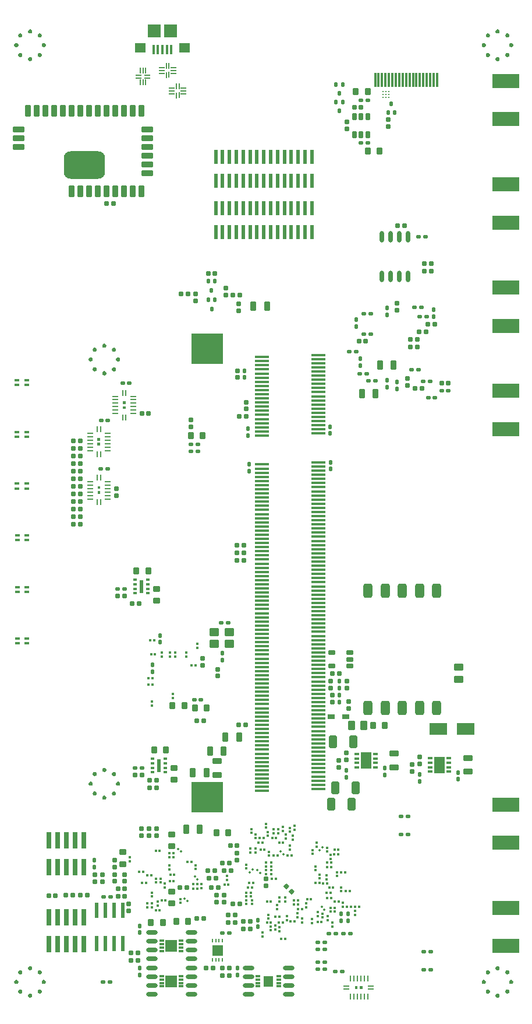
<source format=gbp>
G04*
G04 #@! TF.GenerationSoftware,Altium Limited,Altium Designer,18.1.9 (240)*
G04*
G04 Layer_Color=128*
%FSLAX44Y44*%
%MOMM*%
G71*
G01*
G75*
G04:AMPARAMS|DCode=19|XSize=0.6mm|YSize=0.6mm|CornerRadius=0.06mm|HoleSize=0mm|Usage=FLASHONLY|Rotation=180.000|XOffset=0mm|YOffset=0mm|HoleType=Round|Shape=RoundedRectangle|*
%AMROUNDEDRECTD19*
21,1,0.6000,0.4800,0,0,180.0*
21,1,0.4800,0.6000,0,0,180.0*
1,1,0.1200,-0.2400,0.2400*
1,1,0.1200,0.2400,0.2400*
1,1,0.1200,0.2400,-0.2400*
1,1,0.1200,-0.2400,-0.2400*
%
%ADD19ROUNDEDRECTD19*%
%ADD20R,0.5500X2.2000*%
%ADD35R,0.6000X1.9500*%
%ADD36R,0.6000X0.3000*%
G04:AMPARAMS|DCode=46|XSize=1.3mm|YSize=0.8mm|CornerRadius=0.1mm|HoleSize=0mm|Usage=FLASHONLY|Rotation=270.000|XOffset=0mm|YOffset=0mm|HoleType=Round|Shape=RoundedRectangle|*
%AMROUNDEDRECTD46*
21,1,1.3000,0.6000,0,0,270.0*
21,1,1.1000,0.8000,0,0,270.0*
1,1,0.2000,-0.3000,-0.5500*
1,1,0.2000,-0.3000,0.5500*
1,1,0.2000,0.3000,0.5500*
1,1,0.2000,0.3000,-0.5500*
%
%ADD46ROUNDEDRECTD46*%
G04:AMPARAMS|DCode=47|XSize=1.3mm|YSize=0.8mm|CornerRadius=0.1mm|HoleSize=0mm|Usage=FLASHONLY|Rotation=0.000|XOffset=0mm|YOffset=0mm|HoleType=Round|Shape=RoundedRectangle|*
%AMROUNDEDRECTD47*
21,1,1.3000,0.6000,0,0,0.0*
21,1,1.1000,0.8000,0,0,0.0*
1,1,0.2000,0.5500,-0.3000*
1,1,0.2000,-0.5500,-0.3000*
1,1,0.2000,-0.5500,0.3000*
1,1,0.2000,0.5500,0.3000*
%
%ADD47ROUNDEDRECTD47*%
G04:AMPARAMS|DCode=48|XSize=0.6mm|YSize=0.6mm|CornerRadius=0.06mm|HoleSize=0mm|Usage=FLASHONLY|Rotation=90.000|XOffset=0mm|YOffset=0mm|HoleType=Round|Shape=RoundedRectangle|*
%AMROUNDEDRECTD48*
21,1,0.6000,0.4800,0,0,90.0*
21,1,0.4800,0.6000,0,0,90.0*
1,1,0.1200,0.2400,0.2400*
1,1,0.1200,0.2400,-0.2400*
1,1,0.1200,-0.2400,-0.2400*
1,1,0.1200,-0.2400,0.2400*
%
%ADD48ROUNDEDRECTD48*%
G04:AMPARAMS|DCode=49|XSize=0.5mm|YSize=0.6mm|CornerRadius=0.05mm|HoleSize=0mm|Usage=FLASHONLY|Rotation=180.000|XOffset=0mm|YOffset=0mm|HoleType=Round|Shape=RoundedRectangle|*
%AMROUNDEDRECTD49*
21,1,0.5000,0.5000,0,0,180.0*
21,1,0.4000,0.6000,0,0,180.0*
1,1,0.1000,-0.2000,0.2500*
1,1,0.1000,0.2000,0.2500*
1,1,0.1000,0.2000,-0.2500*
1,1,0.1000,-0.2000,-0.2500*
%
%ADD49ROUNDEDRECTD49*%
G04:AMPARAMS|DCode=50|XSize=0.5mm|YSize=0.6mm|CornerRadius=0.05mm|HoleSize=0mm|Usage=FLASHONLY|Rotation=90.000|XOffset=0mm|YOffset=0mm|HoleType=Round|Shape=RoundedRectangle|*
%AMROUNDEDRECTD50*
21,1,0.5000,0.5000,0,0,90.0*
21,1,0.4000,0.6000,0,0,90.0*
1,1,0.1000,0.2500,0.2000*
1,1,0.1000,0.2500,-0.2000*
1,1,0.1000,-0.2500,-0.2000*
1,1,0.1000,-0.2500,0.2000*
%
%ADD50ROUNDEDRECTD50*%
%ADD54R,0.3000X0.3500*%
G04:AMPARAMS|DCode=58|XSize=1mm|YSize=0.9mm|CornerRadius=0.1125mm|HoleSize=0mm|Usage=FLASHONLY|Rotation=180.000|XOffset=0mm|YOffset=0mm|HoleType=Round|Shape=RoundedRectangle|*
%AMROUNDEDRECTD58*
21,1,1.0000,0.6750,0,0,180.0*
21,1,0.7750,0.9000,0,0,180.0*
1,1,0.2250,-0.3875,0.3375*
1,1,0.2250,0.3875,0.3375*
1,1,0.2250,0.3875,-0.3375*
1,1,0.2250,-0.3875,-0.3375*
%
%ADD58ROUNDEDRECTD58*%
G04:AMPARAMS|DCode=59|XSize=1.8mm|YSize=1.15mm|CornerRadius=0.1438mm|HoleSize=0mm|Usage=FLASHONLY|Rotation=90.000|XOffset=0mm|YOffset=0mm|HoleType=Round|Shape=RoundedRectangle|*
%AMROUNDEDRECTD59*
21,1,1.8000,0.8625,0,0,90.0*
21,1,1.5125,1.1500,0,0,90.0*
1,1,0.2875,0.4313,0.7563*
1,1,0.2875,0.4313,-0.7563*
1,1,0.2875,-0.4313,-0.7563*
1,1,0.2875,-0.4313,0.7563*
%
%ADD59ROUNDEDRECTD59*%
%ADD67R,4.0000X2.0000*%
G04:AMPARAMS|DCode=76|XSize=1.4mm|YSize=1.2mm|CornerRadius=0.15mm|HoleSize=0mm|Usage=FLASHONLY|Rotation=180.000|XOffset=0mm|YOffset=0mm|HoleType=Round|Shape=RoundedRectangle|*
%AMROUNDEDRECTD76*
21,1,1.4000,0.9000,0,0,180.0*
21,1,1.1000,1.2000,0,0,180.0*
1,1,0.3000,-0.5500,0.4500*
1,1,0.3000,0.5500,0.4500*
1,1,0.3000,0.5500,-0.4500*
1,1,0.3000,-0.5500,-0.4500*
%
%ADD76ROUNDEDRECTD76*%
G04:AMPARAMS|DCode=87|XSize=0.6mm|YSize=0.6mm|CornerRadius=0.06mm|HoleSize=0mm|Usage=FLASHONLY|Rotation=45.000|XOffset=0mm|YOffset=0mm|HoleType=Round|Shape=RoundedRectangle|*
%AMROUNDEDRECTD87*
21,1,0.6000,0.4800,0,0,45.0*
21,1,0.4800,0.6000,0,0,45.0*
1,1,0.1200,0.3394,0.0000*
1,1,0.1200,0.0000,-0.3394*
1,1,0.1200,-0.3394,0.0000*
1,1,0.1200,0.0000,0.3394*
%
%ADD87ROUNDEDRECTD87*%
G04:AMPARAMS|DCode=95|XSize=1mm|YSize=0.9mm|CornerRadius=0.1125mm|HoleSize=0mm|Usage=FLASHONLY|Rotation=270.000|XOffset=0mm|YOffset=0mm|HoleType=Round|Shape=RoundedRectangle|*
%AMROUNDEDRECTD95*
21,1,1.0000,0.6750,0,0,270.0*
21,1,0.7750,0.9000,0,0,270.0*
1,1,0.2250,-0.3375,-0.3875*
1,1,0.2250,-0.3375,0.3875*
1,1,0.2250,0.3375,0.3875*
1,1,0.2250,0.3375,-0.3875*
%
%ADD95ROUNDEDRECTD95*%
G04:AMPARAMS|DCode=96|XSize=0.6mm|YSize=1mm|CornerRadius=0.075mm|HoleSize=0mm|Usage=FLASHONLY|Rotation=270.000|XOffset=0mm|YOffset=0mm|HoleType=Round|Shape=RoundedRectangle|*
%AMROUNDEDRECTD96*
21,1,0.6000,0.8500,0,0,270.0*
21,1,0.4500,1.0000,0,0,270.0*
1,1,0.1500,-0.4250,-0.2250*
1,1,0.1500,-0.4250,0.2250*
1,1,0.1500,0.4250,0.2250*
1,1,0.1500,0.4250,-0.2250*
%
%ADD96ROUNDEDRECTD96*%
%ADD102R,1.6000X2.3500*%
%ADD103R,0.7000X0.3000*%
G04:AMPARAMS|DCode=107|XSize=1.4mm|YSize=1mm|CornerRadius=0.125mm|HoleSize=0mm|Usage=FLASHONLY|Rotation=270.000|XOffset=0mm|YOffset=0mm|HoleType=Round|Shape=RoundedRectangle|*
%AMROUNDEDRECTD107*
21,1,1.4000,0.7500,0,0,270.0*
21,1,1.1500,1.0000,0,0,270.0*
1,1,0.2500,-0.3750,-0.5750*
1,1,0.2500,-0.3750,0.5750*
1,1,0.2500,0.3750,0.5750*
1,1,0.2500,0.3750,-0.5750*
%
%ADD107ROUNDEDRECTD107*%
G04:AMPARAMS|DCode=108|XSize=1.4mm|YSize=1mm|CornerRadius=0.125mm|HoleSize=0mm|Usage=FLASHONLY|Rotation=0.000|XOffset=0mm|YOffset=0mm|HoleType=Round|Shape=RoundedRectangle|*
%AMROUNDEDRECTD108*
21,1,1.4000,0.7500,0,0,0.0*
21,1,1.1500,1.0000,0,0,0.0*
1,1,0.2500,0.5750,-0.3750*
1,1,0.2500,-0.5750,-0.3750*
1,1,0.2500,-0.5750,0.3750*
1,1,0.2500,0.5750,0.3750*
%
%ADD108ROUNDEDRECTD108*%
G04:AMPARAMS|DCode=110|XSize=0.6mm|YSize=1mm|CornerRadius=0.075mm|HoleSize=0mm|Usage=FLASHONLY|Rotation=0.000|XOffset=0mm|YOffset=0mm|HoleType=Round|Shape=RoundedRectangle|*
%AMROUNDEDRECTD110*
21,1,0.6000,0.8500,0,0,0.0*
21,1,0.4500,1.0000,0,0,0.0*
1,1,0.1500,0.2250,-0.4250*
1,1,0.1500,-0.2250,-0.4250*
1,1,0.1500,-0.2250,0.4250*
1,1,0.1500,0.2250,0.4250*
%
%ADD110ROUNDEDRECTD110*%
%ADD277R,0.6000X2.0000*%
%ADD278R,1.7000X1.7000*%
%ADD279R,0.6500X0.3000*%
%ADD280R,0.2200X0.8100*%
%ADD281R,0.8100X0.2200*%
%ADD282R,0.9100X0.2200*%
%ADD283O,1.7000X0.6000*%
%ADD284R,1.6000X1.6000*%
%ADD285R,0.2500X0.6250*%
%ADD286R,0.3500X0.3000*%
G04:AMPARAMS|DCode=287|XSize=0.3mm|YSize=0.35mm|CornerRadius=0mm|HoleSize=0mm|Usage=FLASHONLY|Rotation=135.000|XOffset=0mm|YOffset=0mm|HoleType=Round|Shape=Rectangle|*
%AMROTATEDRECTD287*
4,1,4,0.2298,0.0177,-0.0177,-0.2298,-0.2298,-0.0177,0.0177,0.2298,0.2298,0.0177,0.0*
%
%ADD287ROTATEDRECTD287*%

G04:AMPARAMS|DCode=288|XSize=0.3mm|YSize=0.35mm|CornerRadius=0mm|HoleSize=0mm|Usage=FLASHONLY|Rotation=45.000|XOffset=0mm|YOffset=0mm|HoleType=Round|Shape=Rectangle|*
%AMROTATEDRECTD288*
4,1,4,0.0177,-0.2298,-0.2298,0.0177,-0.0177,0.2298,0.2298,-0.0177,0.0177,-0.2298,0.0*
%
%ADD288ROTATEDRECTD288*%

G04:AMPARAMS|DCode=289|XSize=0.5mm|YSize=0.6mm|CornerRadius=0.0625mm|HoleSize=0mm|Usage=FLASHONLY|Rotation=0.000|XOffset=0mm|YOffset=0mm|HoleType=Round|Shape=RoundedRectangle|*
%AMROUNDEDRECTD289*
21,1,0.5000,0.4750,0,0,0.0*
21,1,0.3750,0.6000,0,0,0.0*
1,1,0.1250,0.1875,-0.2375*
1,1,0.1250,-0.1875,-0.2375*
1,1,0.1250,-0.1875,0.2375*
1,1,0.1250,0.1875,0.2375*
%
%ADD289ROUNDEDRECTD289*%
%ADD290R,2.0000X0.3500*%
%ADD291R,4.6000X4.5000*%
%ADD292R,0.7500X2.4000*%
G04:AMPARAMS|DCode=293|XSize=0.7mm|YSize=0.4mm|CornerRadius=0.05mm|HoleSize=0mm|Usage=FLASHONLY|Rotation=180.000|XOffset=0mm|YOffset=0mm|HoleType=Round|Shape=RoundedRectangle|*
%AMROUNDEDRECTD293*
21,1,0.7000,0.3000,0,0,180.0*
21,1,0.6000,0.4000,0,0,180.0*
1,1,0.1000,-0.3000,0.1500*
1,1,0.1000,0.3000,0.1500*
1,1,0.1000,0.3000,-0.1500*
1,1,0.1000,-0.3000,-0.1500*
%
%ADD293ROUNDEDRECTD293*%
%ADD294O,0.6000X1.7000*%
%ADD295R,0.3000X2.1000*%
%ADD297R,0.2500X0.9000*%
%ADD298R,0.9000X0.2500*%
%ADD299C,0.2500*%
G04:AMPARAMS|DCode=300|XSize=0.9mm|YSize=1.7mm|CornerRadius=0.225mm|HoleSize=0mm|Usage=FLASHONLY|Rotation=180.000|XOffset=0mm|YOffset=0mm|HoleType=Round|Shape=RoundedRectangle|*
%AMROUNDEDRECTD300*
21,1,0.9000,1.2500,0,0,180.0*
21,1,0.4500,1.7000,0,0,180.0*
1,1,0.4500,-0.2250,0.6250*
1,1,0.4500,0.2250,0.6250*
1,1,0.4500,0.2250,-0.6250*
1,1,0.4500,-0.2250,-0.6250*
%
%ADD300ROUNDEDRECTD300*%
G04:AMPARAMS|DCode=301|XSize=0.9mm|YSize=1.7mm|CornerRadius=0.225mm|HoleSize=0mm|Usage=FLASHONLY|Rotation=270.000|XOffset=0mm|YOffset=0mm|HoleType=Round|Shape=RoundedRectangle|*
%AMROUNDEDRECTD301*
21,1,0.9000,1.2500,0,0,270.0*
21,1,0.4500,1.7000,0,0,270.0*
1,1,0.4500,-0.6250,-0.2250*
1,1,0.4500,-0.6250,0.2250*
1,1,0.4500,0.6250,0.2250*
1,1,0.4500,0.6250,-0.2250*
%
%ADD301ROUNDEDRECTD301*%
G04:AMPARAMS|DCode=302|XSize=6mm|YSize=4mm|CornerRadius=1mm|HoleSize=0mm|Usage=FLASHONLY|Rotation=0.000|XOffset=0mm|YOffset=0mm|HoleType=Round|Shape=RoundedRectangle|*
%AMROUNDEDRECTD302*
21,1,6.0000,2.0000,0,0,0.0*
21,1,4.0000,4.0000,0,0,0.0*
1,1,2.0000,2.0000,-1.0000*
1,1,2.0000,-2.0000,-1.0000*
1,1,2.0000,-2.0000,1.0000*
1,1,2.0000,2.0000,1.0000*
%
%ADD302ROUNDEDRECTD302*%
%ADD303R,0.4000X1.3500*%
%ADD304R,1.6000X1.4000*%
%ADD305R,1.9000X1.9000*%
%ADD306R,0.2200X0.9100*%
G04:AMPARAMS|DCode=307|XSize=1.1mm|YSize=0.7mm|CornerRadius=0.0875mm|HoleSize=0mm|Usage=FLASHONLY|Rotation=0.000|XOffset=0mm|YOffset=0mm|HoleType=Round|Shape=RoundedRectangle|*
%AMROUNDEDRECTD307*
21,1,1.1000,0.5250,0,0,0.0*
21,1,0.9250,0.7000,0,0,0.0*
1,1,0.1750,0.4625,-0.2625*
1,1,0.1750,-0.4625,-0.2625*
1,1,0.1750,-0.4625,0.2625*
1,1,0.1750,0.4625,0.2625*
%
%ADD307ROUNDEDRECTD307*%
G04:AMPARAMS|DCode=308|XSize=2.1mm|YSize=1.3mm|CornerRadius=0.325mm|HoleSize=0mm|Usage=FLASHONLY|Rotation=90.000|XOffset=0mm|YOffset=0mm|HoleType=Round|Shape=RoundedRectangle|*
%AMROUNDEDRECTD308*
21,1,2.1000,0.6500,0,0,90.0*
21,1,1.4500,1.3000,0,0,90.0*
1,1,0.6500,0.3250,0.7250*
1,1,0.6500,0.3250,-0.7250*
1,1,0.6500,-0.3250,-0.7250*
1,1,0.6500,-0.3250,0.7250*
%
%ADD308ROUNDEDRECTD308*%
%ADD309R,2.5000X1.7000*%
%ADD310R,1.4000X1.6000*%
%ADD311R,0.8000X0.3000*%
G36*
X137092Y750750D02*
X133092D01*
Y754750D01*
X137092D01*
Y750750D01*
D02*
G37*
G36*
X137092Y743750D02*
X133092D01*
Y747750D01*
X137092Y747750D01*
X137092Y743750D01*
D02*
G37*
G36*
X144699Y345293D02*
X145543Y344450D01*
X146000Y343347D01*
Y342750D01*
Y342153D01*
X145543Y341051D01*
X144699Y340207D01*
X143597Y339750D01*
X142403D01*
X141300Y340207D01*
X140456Y341051D01*
X140000Y342153D01*
Y342750D01*
Y343347D01*
X140456Y344450D01*
X141300Y345293D01*
X142403Y345750D01*
X143597D01*
X144699Y345293D01*
D02*
G37*
G36*
X158841Y339436D02*
X159263Y339014D01*
X159685Y338592D01*
X160142Y337489D01*
Y336296D01*
X159685Y335193D01*
X159263Y334771D01*
X158841Y334349D01*
X157739Y333892D01*
X156545D01*
X155443Y334349D01*
X155021Y334771D01*
X154599Y335193D01*
X154142Y336296D01*
Y337489D01*
X154599Y338592D01*
X155021Y339014D01*
X155443Y339436D01*
X156545Y339892D01*
X157739D01*
X158841Y339436D01*
D02*
G37*
G36*
X130557D02*
X130979Y339014D01*
X131401Y338592D01*
X131858Y337489D01*
Y336296D01*
X131401Y335193D01*
X130979Y334771D01*
X130557Y334349D01*
X129454Y333892D01*
X128261D01*
X127158Y334349D01*
X126736Y334771D01*
X126314Y335193D01*
X125858Y336296D01*
Y337489D01*
X126314Y338592D01*
X126736Y339014D01*
X127158Y339436D01*
X128261Y339892D01*
X129454D01*
X130557Y339436D01*
D02*
G37*
G36*
X164699Y325293D02*
X165543Y324450D01*
X166000Y323347D01*
Y322750D01*
Y322153D01*
X165543Y321051D01*
X164699Y320207D01*
X163597Y319750D01*
X162403D01*
X161301Y320207D01*
X160457Y321051D01*
X160000Y322153D01*
Y322750D01*
Y323347D01*
X160457Y324450D01*
X161301Y325293D01*
X162403Y325750D01*
X163597D01*
X164699Y325293D01*
D02*
G37*
G36*
X124699D02*
X125543Y324450D01*
X126000Y323347D01*
Y322750D01*
Y322153D01*
X125543Y321051D01*
X124699Y320207D01*
X123597Y319750D01*
X122403D01*
X121300Y320207D01*
X120456Y321051D01*
X120000Y322153D01*
Y322750D01*
Y323347D01*
X120456Y324450D01*
X121300Y325293D01*
X122403Y325750D01*
X123597D01*
X124699Y325293D01*
D02*
G37*
G36*
X158841Y311151D02*
X159263Y310729D01*
X159685Y310307D01*
X160142Y309205D01*
Y308011D01*
X159685Y306909D01*
X159263Y306487D01*
X158841Y306065D01*
X157739Y305608D01*
X156545D01*
X155443Y306065D01*
X155021Y306487D01*
X154599Y306909D01*
X154142Y308011D01*
Y309205D01*
X154599Y310307D01*
X155021Y310729D01*
X155443Y311151D01*
X156545Y311608D01*
X157739D01*
X158841Y311151D01*
D02*
G37*
G36*
X130557D02*
X130979Y310729D01*
X131401Y310307D01*
X131858Y309205D01*
Y308011D01*
X131401Y306909D01*
X130979Y306487D01*
X130557Y306065D01*
X129454Y305608D01*
X128261D01*
X127158Y306065D01*
X126736Y306487D01*
X126314Y306909D01*
X125858Y308011D01*
Y309205D01*
X126314Y310307D01*
X126736Y310729D01*
X127158Y311151D01*
X128261Y311608D01*
X129454D01*
X130557Y311151D01*
D02*
G37*
G36*
X144699Y305293D02*
X145543Y304450D01*
X146000Y303347D01*
Y302750D01*
Y302153D01*
X145543Y301051D01*
X144699Y300207D01*
X143597Y299750D01*
X142403D01*
X141300Y300207D01*
X140456Y301051D01*
X140000Y302153D01*
Y302750D01*
Y303347D01*
X140456Y304450D01*
X141300Y305293D01*
X142403Y305750D01*
X143597D01*
X144699Y305293D01*
D02*
G37*
G36*
X716699Y57543D02*
X717543Y56699D01*
X718000Y55597D01*
Y55000D01*
Y54403D01*
X717543Y53301D01*
X716699Y52457D01*
X715597Y52000D01*
X714403D01*
X713301Y52457D01*
X712457Y53301D01*
X712000Y54403D01*
Y55000D01*
Y55597D01*
X712457Y56699D01*
X713301Y57543D01*
X714403Y58000D01*
X715597D01*
X716699Y57543D01*
D02*
G37*
G36*
X36699Y57543D02*
X37543Y56699D01*
X38000Y55597D01*
Y55000D01*
Y54403D01*
X37543Y53301D01*
X36699Y52457D01*
X35597Y52000D01*
X34403D01*
X33301Y52457D01*
X32457Y53301D01*
X32000Y54403D01*
Y55000D01*
Y55597D01*
X32457Y56699D01*
X33301Y57543D01*
X34403Y58000D01*
X35597D01*
X36699Y57543D01*
D02*
G37*
G36*
X730842Y51686D02*
X731264Y51263D01*
X731685Y50842D01*
X732142Y49739D01*
Y48545D01*
X731685Y47443D01*
X731264Y47021D01*
X730842Y46599D01*
X729739Y46142D01*
X728545D01*
X727443Y46599D01*
X727021Y47021D01*
X726599Y47443D01*
X726142Y48545D01*
Y49739D01*
X726599Y50842D01*
X727021Y51263D01*
X727443Y51686D01*
X728545Y52142D01*
X729739D01*
X730842Y51686D01*
D02*
G37*
G36*
X702557D02*
X702979Y51263D01*
X703401Y50842D01*
X703858Y49739D01*
Y48545D01*
X703401Y47443D01*
X702979Y47021D01*
X702557Y46599D01*
X701455Y46142D01*
X700261D01*
X699158Y46599D01*
X698736Y47021D01*
X698315Y47443D01*
X697858Y48545D01*
Y49739D01*
X698315Y50842D01*
X698736Y51263D01*
X699158Y51686D01*
X700261Y52142D01*
X701455D01*
X702557Y51686D01*
D02*
G37*
G36*
X50841Y51685D02*
X51263Y51263D01*
X51685Y50841D01*
X52142Y49739D01*
Y48545D01*
X51685Y47443D01*
X51263Y47021D01*
X50841Y46599D01*
X49739Y46142D01*
X48545D01*
X47443Y46599D01*
X47021Y47021D01*
X46599Y47443D01*
X46142Y48545D01*
Y49739D01*
X46599Y50841D01*
X47021Y51263D01*
X47443Y51685D01*
X48545Y52142D01*
X49739D01*
X50841Y51685D01*
D02*
G37*
G36*
X22557D02*
X22979Y51263D01*
X23401Y50841D01*
X23858Y49739D01*
Y48545D01*
X23401Y47443D01*
X22979Y47021D01*
X22557Y46599D01*
X21455Y46142D01*
X20261D01*
X19158Y46599D01*
X18736Y47021D01*
X18314Y47443D01*
X17858Y48545D01*
Y49739D01*
X18314Y50841D01*
X18736Y51263D01*
X19158Y51685D01*
X20261Y52142D01*
X21455D01*
X22557Y51685D01*
D02*
G37*
G36*
X736699Y37543D02*
X737543Y36699D01*
X738000Y35597D01*
Y35000D01*
Y34403D01*
X737543Y33301D01*
X736699Y32457D01*
X735597Y32000D01*
X734403D01*
X733301Y32457D01*
X732457Y33301D01*
X732000Y34403D01*
Y35000D01*
Y35597D01*
X732457Y36699D01*
X733301Y37543D01*
X734403Y38000D01*
X735597D01*
X736699Y37543D01*
D02*
G37*
G36*
X696699D02*
X697543Y36699D01*
X698000Y35597D01*
Y35000D01*
Y34403D01*
X697543Y33301D01*
X696699Y32457D01*
X695597Y32000D01*
X694403D01*
X693301Y32457D01*
X692457Y33301D01*
X692000Y34403D01*
Y35000D01*
Y35597D01*
X692457Y36699D01*
X693301Y37543D01*
X694403Y38000D01*
X695597D01*
X696699Y37543D01*
D02*
G37*
G36*
X56699Y37543D02*
X57543Y36699D01*
X58000Y35597D01*
Y35000D01*
Y34403D01*
X57543Y33301D01*
X56699Y32457D01*
X55597Y32000D01*
X54403D01*
X53301Y32457D01*
X52457Y33301D01*
X52000Y34403D01*
Y35000D01*
Y35597D01*
X52457Y36699D01*
X53301Y37543D01*
X54403Y38000D01*
X55597D01*
X56699Y37543D01*
D02*
G37*
G36*
X16699D02*
X17543Y36699D01*
X18000Y35597D01*
Y35000D01*
Y34403D01*
X17543Y33301D01*
X16699Y32457D01*
X15597Y32000D01*
X14403D01*
X13301Y32457D01*
X12457Y33301D01*
X12000Y34403D01*
Y35000D01*
Y35597D01*
X12457Y36699D01*
X13301Y37543D01*
X14403Y38000D01*
X15597D01*
X16699Y37543D01*
D02*
G37*
G36*
X511500Y24750D02*
X507500D01*
Y28750D01*
X511500D01*
Y24750D01*
D02*
G37*
G36*
X518500Y24750D02*
X514500Y24750D01*
X514500Y28750D01*
X518500D01*
Y24750D01*
D02*
G37*
G36*
X730842Y23401D02*
X731264Y22979D01*
X731685Y22557D01*
X732142Y21455D01*
Y20261D01*
X731685Y19159D01*
X731264Y18737D01*
X730842Y18315D01*
X729739Y17858D01*
X728545D01*
X727443Y18315D01*
X727021Y18737D01*
X726599Y19159D01*
X726142Y20261D01*
Y21455D01*
X726599Y22557D01*
X727021Y22979D01*
X727443Y23401D01*
X728545Y23858D01*
X729739D01*
X730842Y23401D01*
D02*
G37*
G36*
X702557D02*
X702979Y22979D01*
X703401Y22557D01*
X703858Y21455D01*
Y20261D01*
X703401Y19159D01*
X702979Y18737D01*
X702557Y18315D01*
X701455Y17858D01*
X700261D01*
X699158Y18315D01*
X698736Y18737D01*
X698315Y19159D01*
X697858Y20261D01*
Y21455D01*
X698315Y22557D01*
X698736Y22979D01*
X699158Y23401D01*
X700261Y23858D01*
X701455D01*
X702557Y23401D01*
D02*
G37*
G36*
X50841Y23401D02*
X51263Y22979D01*
X51685Y22557D01*
X52142Y21455D01*
Y20261D01*
X51685Y19159D01*
X51263Y18736D01*
X50841Y18315D01*
X49739Y17858D01*
X48545D01*
X47443Y18315D01*
X47021Y18736D01*
X46599Y19159D01*
X46142Y20261D01*
Y21455D01*
X46599Y22557D01*
X47021Y22979D01*
X47443Y23401D01*
X48545Y23858D01*
X49739D01*
X50841Y23401D01*
D02*
G37*
G36*
X22557D02*
X22979Y22979D01*
X23401Y22557D01*
X23858Y21455D01*
Y20261D01*
X23401Y19159D01*
X22979Y18736D01*
X22557Y18315D01*
X21455Y17858D01*
X20261D01*
X19158Y18315D01*
X18736Y18736D01*
X18314Y19159D01*
X17858Y20261D01*
Y21455D01*
X18314Y22557D01*
X18736Y22979D01*
X19158Y23401D01*
X20261Y23858D01*
X21455D01*
X22557Y23401D01*
D02*
G37*
G36*
X716699Y17543D02*
X717543Y16699D01*
X718000Y15597D01*
Y15000D01*
Y14403D01*
X717543Y13301D01*
X716699Y12457D01*
X715597Y12000D01*
X714403D01*
X713301Y12457D01*
X712457Y13301D01*
X712000Y14403D01*
Y15000D01*
Y15597D01*
X712457Y16699D01*
X713301Y17543D01*
X714403Y18000D01*
X715597D01*
X716699Y17543D01*
D02*
G37*
G36*
X36699Y17543D02*
X37543Y16699D01*
X38000Y15597D01*
Y15000D01*
Y14403D01*
X37543Y13301D01*
X36699Y12457D01*
X35597Y12000D01*
X34403D01*
X33301Y12457D01*
X32457Y13301D01*
X32000Y14403D01*
Y15000D01*
Y15597D01*
X32457Y16699D01*
X33301Y17543D01*
X34403Y18000D01*
X35597D01*
X36699Y17543D01*
D02*
G37*
G36*
X36699Y1417543D02*
X37543Y1416699D01*
X38000Y1415597D01*
Y1415000D01*
Y1414403D01*
X37543Y1413301D01*
X36699Y1412457D01*
X35597Y1412000D01*
X34403D01*
X33301Y1412457D01*
X32457Y1413301D01*
X32000Y1414403D01*
Y1415000D01*
Y1415597D01*
X32457Y1416699D01*
X33301Y1417543D01*
X34403Y1418000D01*
X35597D01*
X36699Y1417543D01*
D02*
G37*
G36*
X716699Y1417543D02*
X717543Y1416699D01*
X718000Y1415597D01*
Y1415000D01*
Y1414403D01*
X717543Y1413301D01*
X716699Y1412457D01*
X715597Y1412000D01*
X714403D01*
X713301Y1412457D01*
X712457Y1413301D01*
X712000Y1414403D01*
Y1415000D01*
Y1415597D01*
X712457Y1416699D01*
X713301Y1417543D01*
X714403Y1418000D01*
X715597D01*
X716699Y1417543D01*
D02*
G37*
G36*
X50842Y1411685D02*
X51263Y1411263D01*
X51686Y1410842D01*
X52142Y1409739D01*
Y1408545D01*
X51686Y1407443D01*
X51263Y1407021D01*
X50842Y1406599D01*
X49739Y1406142D01*
X48545D01*
X47443Y1406599D01*
X47021Y1407021D01*
X46599Y1407443D01*
X46142Y1408545D01*
Y1409739D01*
X46599Y1410842D01*
X47021Y1411263D01*
X47443Y1411685D01*
X48545Y1412142D01*
X49739D01*
X50842Y1411685D01*
D02*
G37*
G36*
X22557D02*
X22979Y1411263D01*
X23401Y1410842D01*
X23858Y1409739D01*
Y1408545D01*
X23401Y1407443D01*
X22979Y1407021D01*
X22557Y1406599D01*
X21455Y1406142D01*
X20261D01*
X19159Y1406599D01*
X18737Y1407021D01*
X18315Y1407443D01*
X17858Y1408545D01*
Y1409739D01*
X18315Y1410842D01*
X18737Y1411263D01*
X19159Y1411685D01*
X20261Y1412142D01*
X21455D01*
X22557Y1411685D01*
D02*
G37*
G36*
X730842Y1411685D02*
X731264Y1411263D01*
X731685Y1410842D01*
X732142Y1409739D01*
Y1408545D01*
X731685Y1407443D01*
X731264Y1407021D01*
X730842Y1406599D01*
X729739Y1406142D01*
X728545D01*
X727443Y1406599D01*
X727021Y1407021D01*
X726599Y1407443D01*
X726142Y1408545D01*
Y1409739D01*
X726599Y1410842D01*
X727021Y1411263D01*
X727443Y1411685D01*
X728545Y1412142D01*
X729739D01*
X730842Y1411685D01*
D02*
G37*
G36*
X702557D02*
X702979Y1411263D01*
X703401Y1410842D01*
X703858Y1409739D01*
Y1408545D01*
X703401Y1407443D01*
X702979Y1407021D01*
X702557Y1406599D01*
X701455Y1406142D01*
X700261D01*
X699158Y1406599D01*
X698736Y1407021D01*
X698315Y1407443D01*
X697858Y1408545D01*
Y1409739D01*
X698315Y1410842D01*
X698736Y1411263D01*
X699158Y1411685D01*
X700261Y1412142D01*
X701455D01*
X702557Y1411685D01*
D02*
G37*
G36*
X56699Y1397543D02*
X57543Y1396699D01*
X58000Y1395597D01*
Y1395000D01*
Y1394403D01*
X57543Y1393301D01*
X56699Y1392457D01*
X55597Y1392000D01*
X54403D01*
X53301Y1392457D01*
X52457Y1393301D01*
X52000Y1394403D01*
Y1395000D01*
Y1395597D01*
X52457Y1396699D01*
X53301Y1397543D01*
X54403Y1398000D01*
X55597D01*
X56699Y1397543D01*
D02*
G37*
G36*
X16699D02*
X17543Y1396699D01*
X18000Y1395597D01*
Y1395000D01*
Y1394403D01*
X17543Y1393301D01*
X16699Y1392457D01*
X15597Y1392000D01*
X14403D01*
X13301Y1392457D01*
X12457Y1393301D01*
X12000Y1394403D01*
Y1395000D01*
Y1395597D01*
X12457Y1396699D01*
X13301Y1397543D01*
X14403Y1398000D01*
X15597D01*
X16699Y1397543D01*
D02*
G37*
G36*
X736699Y1397543D02*
X737543Y1396699D01*
X738000Y1395597D01*
Y1395000D01*
Y1394403D01*
X737543Y1393301D01*
X736699Y1392457D01*
X735597Y1392000D01*
X734403D01*
X733301Y1392457D01*
X732457Y1393301D01*
X732000Y1394403D01*
Y1395000D01*
Y1395597D01*
X732457Y1396699D01*
X733301Y1397543D01*
X734403Y1398000D01*
X735597D01*
X736699Y1397543D01*
D02*
G37*
G36*
X696699D02*
X697543Y1396699D01*
X698000Y1395597D01*
Y1395000D01*
Y1394403D01*
X697543Y1393301D01*
X696699Y1392457D01*
X695597Y1392000D01*
X694403D01*
X693301Y1392457D01*
X692457Y1393301D01*
X692000Y1394403D01*
Y1395000D01*
Y1395597D01*
X692457Y1396699D01*
X693301Y1397543D01*
X694403Y1398000D01*
X695597D01*
X696699Y1397543D01*
D02*
G37*
G36*
X50842Y1383401D02*
X51263Y1382979D01*
X51686Y1382557D01*
X52142Y1381455D01*
Y1380261D01*
X51686Y1379158D01*
X51263Y1378737D01*
X50842Y1378315D01*
X49739Y1377858D01*
X48545D01*
X47443Y1378315D01*
X47021Y1378737D01*
X46599Y1379158D01*
X46142Y1380261D01*
Y1381455D01*
X46599Y1382557D01*
X47021Y1382979D01*
X47443Y1383401D01*
X48545Y1383858D01*
X49739D01*
X50842Y1383401D01*
D02*
G37*
G36*
X22557D02*
X22979Y1382979D01*
X23401Y1382557D01*
X23858Y1381455D01*
Y1380261D01*
X23401Y1379158D01*
X22979Y1378737D01*
X22557Y1378315D01*
X21455Y1377858D01*
X20261D01*
X19159Y1378315D01*
X18737Y1378737D01*
X18315Y1379158D01*
X17858Y1380261D01*
Y1381455D01*
X18315Y1382557D01*
X18737Y1382979D01*
X19159Y1383401D01*
X20261Y1383858D01*
X21455D01*
X22557Y1383401D01*
D02*
G37*
G36*
X730842Y1383401D02*
X731264Y1382979D01*
X731685Y1382557D01*
X732142Y1381455D01*
Y1380261D01*
X731685Y1379158D01*
X731264Y1378737D01*
X730842Y1378315D01*
X729739Y1377858D01*
X728545D01*
X727443Y1378315D01*
X727021Y1378737D01*
X726599Y1379158D01*
X726142Y1380261D01*
Y1381455D01*
X726599Y1382557D01*
X727021Y1382979D01*
X727443Y1383401D01*
X728545Y1383858D01*
X729739D01*
X730842Y1383401D01*
D02*
G37*
G36*
X702557D02*
X702979Y1382979D01*
X703401Y1382557D01*
X703858Y1381455D01*
Y1380261D01*
X703401Y1379158D01*
X702979Y1378737D01*
X702557Y1378315D01*
X701455Y1377858D01*
X700261D01*
X699158Y1378315D01*
X698736Y1378737D01*
X698315Y1379158D01*
X697858Y1380261D01*
Y1381455D01*
X698315Y1382557D01*
X698736Y1382979D01*
X699158Y1383401D01*
X700261Y1383858D01*
X701455D01*
X702557Y1383401D01*
D02*
G37*
G36*
X36699Y1377543D02*
X37543Y1376699D01*
X38000Y1375597D01*
Y1375000D01*
Y1374403D01*
X37543Y1373301D01*
X36699Y1372457D01*
X35597Y1372000D01*
X34403D01*
X33301Y1372457D01*
X32457Y1373301D01*
X32000Y1374403D01*
Y1375000D01*
Y1375597D01*
X32457Y1376699D01*
X33301Y1377543D01*
X34403Y1378000D01*
X35597D01*
X36699Y1377543D01*
D02*
G37*
G36*
X716699Y1377543D02*
X717543Y1376699D01*
X718000Y1375597D01*
Y1375000D01*
Y1374403D01*
X717543Y1373301D01*
X716699Y1372457D01*
X715597Y1372000D01*
X714403D01*
X713301Y1372457D01*
X712457Y1373301D01*
X712000Y1374403D01*
Y1375000D01*
Y1375597D01*
X712457Y1376699D01*
X713301Y1377543D01*
X714403Y1378000D01*
X715597D01*
X716699Y1377543D01*
D02*
G37*
G36*
X144699Y961293D02*
X145543Y960449D01*
X146000Y959347D01*
Y958750D01*
Y958153D01*
X145543Y957051D01*
X144699Y956207D01*
X143597Y955750D01*
X142403D01*
X141300Y956207D01*
X140456Y957051D01*
X140000Y958153D01*
Y958750D01*
Y959347D01*
X140456Y960449D01*
X141300Y961293D01*
X142403Y961750D01*
X143597D01*
X144699Y961293D01*
D02*
G37*
G36*
X158841Y955435D02*
X159263Y955014D01*
X159685Y954592D01*
X160142Y953489D01*
Y952295D01*
X159685Y951193D01*
X159263Y950771D01*
X158841Y950349D01*
X157739Y949892D01*
X156545D01*
X155443Y950349D01*
X155021Y950771D01*
X154599Y951193D01*
X154142Y952295D01*
Y953489D01*
X154599Y954592D01*
X155021Y955014D01*
X155443Y955435D01*
X156545Y955892D01*
X157739D01*
X158841Y955435D01*
D02*
G37*
G36*
X130557D02*
X130979Y955014D01*
X131401Y954592D01*
X131858Y953489D01*
Y952295D01*
X131401Y951193D01*
X130979Y950771D01*
X130557Y950349D01*
X129454Y949892D01*
X128261D01*
X127158Y950349D01*
X126736Y950771D01*
X126314Y951193D01*
X125858Y952295D01*
Y953489D01*
X126314Y954592D01*
X126736Y955014D01*
X127158Y955435D01*
X128261Y955892D01*
X129454D01*
X130557Y955435D01*
D02*
G37*
G36*
X164699Y941293D02*
X165543Y940449D01*
X166000Y939347D01*
Y938750D01*
Y938153D01*
X165543Y937051D01*
X164699Y936207D01*
X163597Y935750D01*
X162403D01*
X161301Y936207D01*
X160457Y937051D01*
X160000Y938153D01*
Y938750D01*
Y939347D01*
X160457Y940449D01*
X161301Y941293D01*
X162403Y941750D01*
X163597D01*
X164699Y941293D01*
D02*
G37*
G36*
X124699D02*
X125543Y940449D01*
X126000Y939347D01*
Y938750D01*
Y938153D01*
X125543Y937051D01*
X124699Y936207D01*
X123597Y935750D01*
X122403D01*
X121300Y936207D01*
X120456Y937051D01*
X120000Y938153D01*
Y938750D01*
Y939347D01*
X120456Y940449D01*
X121300Y941293D01*
X122403Y941750D01*
X123597D01*
X124699Y941293D01*
D02*
G37*
G36*
X158841Y927151D02*
X159263Y926729D01*
X159685Y926307D01*
X160142Y925205D01*
Y924011D01*
X159685Y922908D01*
X159263Y922486D01*
X158841Y922065D01*
X157739Y921608D01*
X156545D01*
X155443Y922065D01*
X155021Y922486D01*
X154599Y922908D01*
X154142Y924011D01*
Y925205D01*
X154599Y926307D01*
X155021Y926729D01*
X155443Y927151D01*
X156545Y927608D01*
X157739D01*
X158841Y927151D01*
D02*
G37*
G36*
X130557D02*
X130979Y926729D01*
X131401Y926307D01*
X131858Y925205D01*
Y924011D01*
X131401Y922908D01*
X130979Y922486D01*
X130557Y922065D01*
X129454Y921608D01*
X128261D01*
X127158Y922065D01*
X126736Y922486D01*
X126314Y922908D01*
X125858Y924011D01*
Y925205D01*
X126314Y926307D01*
X126736Y926729D01*
X127158Y927151D01*
X128261Y927608D01*
X129454D01*
X130557Y927151D01*
D02*
G37*
G36*
X144699Y921293D02*
X145543Y920449D01*
X146000Y919347D01*
Y918750D01*
Y918153D01*
X145543Y917051D01*
X144699Y916207D01*
X143597Y915750D01*
X142403D01*
X141300Y916207D01*
X140456Y917051D01*
X140000Y918153D01*
Y918750D01*
Y919347D01*
X140456Y920449D01*
X141300Y921293D01*
X142403Y921750D01*
X143597D01*
X144699Y921293D01*
D02*
G37*
G36*
X174000Y873750D02*
X170000Y873750D01*
X170000Y877750D01*
X174000D01*
X174000Y873750D01*
D02*
G37*
G36*
X174000Y866750D02*
X170000D01*
X170000Y870750D01*
X174000D01*
X174000Y866750D01*
D02*
G37*
G36*
X137080Y820750D02*
X133080Y820750D01*
X133080Y824750D01*
X137080D01*
Y820750D01*
D02*
G37*
G36*
X137080Y813750D02*
X133080D01*
Y817750D01*
X137080D01*
X137080Y813750D01*
D02*
G37*
D19*
X336750Y922500D02*
D03*
Y912500D02*
D03*
X349000Y876750D02*
D03*
Y866750D02*
D03*
X269250Y851250D02*
D03*
Y841250D02*
D03*
X484046Y356540D02*
D03*
Y346540D02*
D03*
X495046Y367540D02*
D03*
Y357540D02*
D03*
X590880Y340360D02*
D03*
X590880Y350360D02*
D03*
X601880Y361360D02*
D03*
Y351360D02*
D03*
X218720Y257438D02*
D03*
Y247438D02*
D03*
X178720Y137938D02*
D03*
Y147938D02*
D03*
X196720Y257438D02*
D03*
Y247438D02*
D03*
X207720Y257438D02*
D03*
Y247438D02*
D03*
X569000Y1010250D02*
D03*
Y1020250D02*
D03*
X584000Y901000D02*
D03*
Y911000D02*
D03*
X305970Y150938D02*
D03*
Y160938D02*
D03*
X316970Y150938D02*
D03*
Y160938D02*
D03*
X378570Y174242D02*
D03*
Y184242D02*
D03*
X335970Y221938D02*
D03*
Y211938D02*
D03*
X172720Y180938D02*
D03*
Y190938D02*
D03*
X157720Y211938D02*
D03*
Y201938D02*
D03*
X157720Y180938D02*
D03*
Y190938D02*
D03*
X338750Y1009250D02*
D03*
Y1019250D02*
D03*
X319354Y1042354D02*
D03*
Y1032354D02*
D03*
X276000Y1033750D02*
D03*
Y1023750D02*
D03*
X285500Y504750D02*
D03*
Y494750D02*
D03*
X308250Y489000D02*
D03*
Y479000D02*
D03*
X496000Y1273250D02*
D03*
Y1283250D02*
D03*
X161000Y741250D02*
D03*
Y751250D02*
D03*
X555600Y1286750D02*
D03*
Y1276750D02*
D03*
X498750Y432000D02*
D03*
Y442000D02*
D03*
X495546Y471750D02*
D03*
Y461750D02*
D03*
X474546Y441250D02*
D03*
Y451250D02*
D03*
X472309Y461750D02*
D03*
X472309Y471750D02*
D03*
X129250Y180500D02*
D03*
Y190500D02*
D03*
X140250Y180500D02*
D03*
Y190500D02*
D03*
D20*
X169550Y91000D02*
D03*
X156850D02*
D03*
X144150D02*
D03*
X131450D02*
D03*
X169550Y139000D02*
D03*
X156850D02*
D03*
X144150D02*
D03*
X131450D02*
D03*
D35*
X197000Y609000D02*
D03*
X222500Y349000D02*
D03*
D36*
X187500Y599250D02*
D03*
Y605750D02*
D03*
Y612250D02*
D03*
Y618750D02*
D03*
X206500D02*
D03*
Y612250D02*
D03*
Y605750D02*
D03*
Y599250D02*
D03*
X232000Y339250D02*
D03*
Y345750D02*
D03*
Y352250D02*
D03*
Y358750D02*
D03*
X213000D02*
D03*
Y352250D02*
D03*
Y345750D02*
D03*
Y339250D02*
D03*
D46*
X262000Y256578D02*
D03*
X282000Y256578D02*
D03*
X517500Y889000D02*
D03*
X537500D02*
D03*
X544000Y930500D02*
D03*
X564000D02*
D03*
X379520Y1016000D02*
D03*
X359520D02*
D03*
X316750Y370500D02*
D03*
X296750D02*
D03*
X291750Y339000D02*
D03*
X271750D02*
D03*
X339000Y390250D02*
D03*
X319000D02*
D03*
D47*
X564796Y346290D02*
D03*
Y366290D02*
D03*
X671630Y340110D02*
D03*
Y360110D02*
D03*
X307000Y335750D02*
D03*
Y355750D02*
D03*
D48*
X605000Y896750D02*
D03*
X595000D02*
D03*
X633500Y904000D02*
D03*
X643500D02*
D03*
X335750Y646750D02*
D03*
X345750D02*
D03*
X335750Y657750D02*
D03*
X345750D02*
D03*
X335750Y668750D02*
D03*
X345750D02*
D03*
X339000Y855750D02*
D03*
X349000D02*
D03*
X338250Y408250D02*
D03*
X348250D02*
D03*
X87250Y160938D02*
D03*
X97250D02*
D03*
X118250D02*
D03*
X108250D02*
D03*
X62000Y160500D02*
D03*
X72000D02*
D03*
X325000Y55250D02*
D03*
X315000D02*
D03*
X300750D02*
D03*
X290750D02*
D03*
X325000Y44250D02*
D03*
X315000D02*
D03*
X182000Y77400D02*
D03*
X192000D02*
D03*
X182000Y66200D02*
D03*
X192000D02*
D03*
X162720Y158938D02*
D03*
X172720D02*
D03*
X162720Y169938D02*
D03*
X172720D02*
D03*
X601250Y979250D02*
D03*
X611250D02*
D03*
X513250Y965250D02*
D03*
X523250D02*
D03*
X623500Y990250D02*
D03*
X613500D02*
D03*
X330170Y148388D02*
D03*
X340170D02*
D03*
X298720Y171938D02*
D03*
X308720D02*
D03*
X326220Y232938D02*
D03*
X336220D02*
D03*
X355320Y122992D02*
D03*
X345320D02*
D03*
X333310Y121055D02*
D03*
X323310D02*
D03*
X333220Y132188D02*
D03*
X323220D02*
D03*
X355320Y111992D02*
D03*
X345320D02*
D03*
X327220Y196938D02*
D03*
X317220D02*
D03*
X314970Y207938D02*
D03*
X324970D02*
D03*
X303720Y196438D02*
D03*
X293720D02*
D03*
X277720Y126938D02*
D03*
X287720D02*
D03*
X253220Y171938D02*
D03*
X263220D02*
D03*
X294970Y185438D02*
D03*
X304970D02*
D03*
X608313Y1077750D02*
D03*
X618313D02*
D03*
X608313Y1066750D02*
D03*
X618313D02*
D03*
X579750Y1132750D02*
D03*
X569750D02*
D03*
X304000Y1063250D02*
D03*
X294000Y1063250D02*
D03*
X255000Y1033750D02*
D03*
X265000D02*
D03*
X340354Y1032354D02*
D03*
X330354D02*
D03*
X598250Y968000D02*
D03*
X588250D02*
D03*
X598250Y957000D02*
D03*
X588250D02*
D03*
X277585Y414500D02*
D03*
X287585D02*
D03*
X98000Y699250D02*
D03*
X108000D02*
D03*
X98000Y721250D02*
D03*
X108000D02*
D03*
X98080Y743250D02*
D03*
X108080D02*
D03*
X98052Y765250D02*
D03*
X108052D02*
D03*
X98000Y710250D02*
D03*
X108000D02*
D03*
X98080Y732250D02*
D03*
X108080D02*
D03*
X98080Y754250D02*
D03*
X108080D02*
D03*
X98080Y776250D02*
D03*
X108080D02*
D03*
X108068Y820250D02*
D03*
X98068D02*
D03*
X98080Y798250D02*
D03*
X108080D02*
D03*
Y809250D02*
D03*
X98080D02*
D03*
X98080Y787250D02*
D03*
X108080D02*
D03*
X516500Y1304750D02*
D03*
X506500D02*
D03*
X197500Y860000D02*
D03*
X207500D02*
D03*
X474559Y482750D02*
D03*
X484559D02*
D03*
X219050Y327750D02*
D03*
X209050D02*
D03*
X188050Y335250D02*
D03*
X198050D02*
D03*
X209050Y316750D02*
D03*
X219050D02*
D03*
X162550Y595250D02*
D03*
X172550D02*
D03*
X183550Y584250D02*
D03*
X193550D02*
D03*
X156500Y1164750D02*
D03*
X146500D02*
D03*
D49*
X472250Y779500D02*
D03*
Y789500D02*
D03*
X471750Y841250D02*
D03*
Y831250D02*
D03*
X351750Y838000D02*
D03*
Y828000D02*
D03*
X353750Y776250D02*
D03*
Y786250D02*
D03*
X347250Y922500D02*
D03*
Y912500D02*
D03*
X194800Y55050D02*
D03*
Y45050D02*
D03*
X550796Y335290D02*
D03*
Y345290D02*
D03*
X494796Y332040D02*
D03*
Y342040D02*
D03*
X194750Y106500D02*
D03*
Y116500D02*
D03*
X657630Y329110D02*
D03*
Y339110D02*
D03*
X601630Y325860D02*
D03*
Y335860D02*
D03*
X497720Y123938D02*
D03*
Y133938D02*
D03*
X487720D02*
D03*
Y123938D02*
D03*
X554000Y898250D02*
D03*
Y908250D02*
D03*
X569000Y906250D02*
D03*
Y896250D02*
D03*
X554000Y1013750D02*
D03*
Y1003750D02*
D03*
X515000Y929500D02*
D03*
Y939500D02*
D03*
X622000Y1001250D02*
D03*
Y1011250D02*
D03*
X509500Y986250D02*
D03*
Y996250D02*
D03*
X366029Y124951D02*
D03*
Y114951D02*
D03*
X213250Y495000D02*
D03*
Y485000D02*
D03*
X224422Y538000D02*
D03*
Y528000D02*
D03*
X314750Y502250D02*
D03*
Y512250D02*
D03*
X485029Y471750D02*
D03*
Y461750D02*
D03*
X485047Y441250D02*
D03*
Y451250D02*
D03*
X336500Y45206D02*
D03*
Y55206D02*
D03*
X128750Y211500D02*
D03*
Y201500D02*
D03*
D50*
X151750Y158500D02*
D03*
X141750D02*
D03*
X151250Y35000D02*
D03*
X141250D02*
D03*
X279250Y815250D02*
D03*
X269250D02*
D03*
Y805250D02*
D03*
X279250D02*
D03*
X315000Y105750D02*
D03*
X325000D02*
D03*
X463782Y63255D02*
D03*
X453782D02*
D03*
Y53255D02*
D03*
X463782D02*
D03*
X453782Y92255D02*
D03*
X463782D02*
D03*
Y82255D02*
D03*
X453782D02*
D03*
X500720Y104688D02*
D03*
X490720D02*
D03*
X479720Y104688D02*
D03*
X469720D02*
D03*
X614000Y883500D02*
D03*
X624000D02*
D03*
X643500Y893500D02*
D03*
X633500Y893500D02*
D03*
X537250Y907500D02*
D03*
X527250D02*
D03*
X524250Y917500D02*
D03*
X514250D02*
D03*
X607000Y907250D02*
D03*
X617000D02*
D03*
X520750Y975750D02*
D03*
X530750D02*
D03*
X509500Y949750D02*
D03*
X499500D02*
D03*
X520750Y1005500D02*
D03*
X530750D02*
D03*
X594000Y1014000D02*
D03*
X604000D02*
D03*
X600250Y923750D02*
D03*
X590250D02*
D03*
X601500Y1000750D02*
D03*
X611500D02*
D03*
X610010Y1116875D02*
D03*
X600010D02*
D03*
X283750Y444750D02*
D03*
X273750D02*
D03*
X322750Y556250D02*
D03*
X312750D02*
D03*
X516000Y1253250D02*
D03*
X526000D02*
D03*
X516000Y1315250D02*
D03*
X526000D02*
D03*
X148000Y780250D02*
D03*
X138000D02*
D03*
X148250Y849750D02*
D03*
X138250D02*
D03*
X617750Y78750D02*
D03*
X607750D02*
D03*
X617750Y52354D02*
D03*
X607750D02*
D03*
X574500Y249000D02*
D03*
X584500D02*
D03*
X574750Y275500D02*
D03*
X584750D02*
D03*
X169500Y904750D02*
D03*
X179500D02*
D03*
X488750Y50250D02*
D03*
X478750D02*
D03*
X188050Y345750D02*
D03*
X198050D02*
D03*
X162550Y605750D02*
D03*
X172550D02*
D03*
D54*
X483250Y220208D02*
D03*
X477650D02*
D03*
X499859Y166778D02*
D03*
X494259D02*
D03*
X400450Y97500D02*
D03*
X406050D02*
D03*
X379509Y151528D02*
D03*
X385109D02*
D03*
X370259Y227028D02*
D03*
X375859D02*
D03*
X483859Y152028D02*
D03*
X478260D02*
D03*
X369120Y243938D02*
D03*
X374720D02*
D03*
X496259Y144028D02*
D03*
X501860D02*
D03*
X430659Y140778D02*
D03*
X425059D02*
D03*
X424609Y147028D02*
D03*
X419009D02*
D03*
X415520Y218938D02*
D03*
X409920D02*
D03*
X467009Y201528D02*
D03*
X472609D02*
D03*
X470249Y172118D02*
D03*
X475849D02*
D03*
X238920Y190688D02*
D03*
X244520D02*
D03*
X243770Y181438D02*
D03*
X238170D02*
D03*
X211270Y189688D02*
D03*
X205670D02*
D03*
X193870Y194688D02*
D03*
X199470D02*
D03*
X217920Y224938D02*
D03*
X223520D02*
D03*
X203520Y178938D02*
D03*
X197920D02*
D03*
X226370Y153000D02*
D03*
X231970D02*
D03*
X217920Y138688D02*
D03*
X223520D02*
D03*
X278020Y170688D02*
D03*
X272420D02*
D03*
X269520Y208938D02*
D03*
X263920D02*
D03*
X272420Y176688D02*
D03*
X278020D02*
D03*
X397609Y129778D02*
D03*
X392009D02*
D03*
X458859Y122278D02*
D03*
X453260D02*
D03*
X443559Y155028D02*
D03*
X437959D02*
D03*
X472889Y156808D02*
D03*
X467289D02*
D03*
X397259Y237492D02*
D03*
X402859D02*
D03*
X387409Y243688D02*
D03*
X393009D02*
D03*
X397009Y121028D02*
D03*
X402609D02*
D03*
X450459Y179028D02*
D03*
X456059D02*
D03*
X353920Y178438D02*
D03*
X359520D02*
D03*
X352170Y171938D02*
D03*
X357770D02*
D03*
X461570Y178028D02*
D03*
X467170D02*
D03*
X513359Y144028D02*
D03*
X507760D02*
D03*
X367470Y237442D02*
D03*
X373070D02*
D03*
X472120Y164742D02*
D03*
X466520D02*
D03*
X472609Y208028D02*
D03*
X467009D02*
D03*
X389170Y218188D02*
D03*
X394770D02*
D03*
X424609Y153528D02*
D03*
X419009D02*
D03*
X414010Y123028D02*
D03*
X419609D02*
D03*
X323270Y175938D02*
D03*
X317670D02*
D03*
X392320Y184992D02*
D03*
X386720D02*
D03*
X379520Y120992D02*
D03*
X385120D02*
D03*
X270200Y494750D02*
D03*
X275800D02*
D03*
X215643Y530907D02*
D03*
X210043D02*
D03*
X207500Y466250D02*
D03*
X213100D02*
D03*
X216643Y510750D02*
D03*
X211043D02*
D03*
X207500Y475875D02*
D03*
X213100D02*
D03*
X493425Y194132D02*
D03*
X487825D02*
D03*
X483300Y226727D02*
D03*
X477700D02*
D03*
D58*
X240720Y166438D02*
D03*
Y149438D02*
D03*
Y231688D02*
D03*
Y248688D02*
D03*
X170000Y206250D02*
D03*
Y223250D02*
D03*
X244250Y345750D02*
D03*
Y328750D02*
D03*
X218750Y605750D02*
D03*
Y588750D02*
D03*
D59*
X475250Y384000D02*
D03*
X505250D02*
D03*
X473000Y293250D02*
D03*
X503000D02*
D03*
X479000Y317000D02*
D03*
X509000D02*
D03*
D67*
X727000Y1137550D02*
D03*
Y1192950D02*
D03*
Y837550D02*
D03*
Y892950D02*
D03*
Y987550D02*
D03*
Y1042950D02*
D03*
Y87050D02*
D03*
Y142450D02*
D03*
Y292450D02*
D03*
Y237050D02*
D03*
Y1342950D02*
D03*
Y1287550D02*
D03*
D76*
X302750Y542750D02*
D03*
X324750D02*
D03*
Y525750D02*
D03*
X302750D02*
D03*
D87*
X415105Y166206D02*
D03*
X408034Y173277D02*
D03*
D95*
X269250Y828500D02*
D03*
X286250D02*
D03*
X306000Y251930D02*
D03*
X323000Y251930D02*
D03*
X227970Y120938D02*
D03*
X210970D02*
D03*
X248000Y123000D02*
D03*
X265000D02*
D03*
X242250Y436500D02*
D03*
X259250D02*
D03*
X274500Y432500D02*
D03*
X291500D02*
D03*
X526000Y1241000D02*
D03*
X543000D02*
D03*
X526000Y1327250D02*
D03*
X509000D02*
D03*
X551000Y407000D02*
D03*
X534000D02*
D03*
X232250Y371750D02*
D03*
X215250D02*
D03*
X206750Y631750D02*
D03*
X189750D02*
D03*
D96*
X474025Y512750D02*
D03*
X500025Y493750D02*
D03*
Y503250D02*
D03*
Y512750D02*
D03*
X474025Y493750D02*
D03*
D102*
X523750Y356180D02*
D03*
X630583Y350000D02*
D03*
D103*
X510000Y346430D02*
D03*
Y352930D02*
D03*
Y359430D02*
D03*
Y365930D02*
D03*
X537500D02*
D03*
Y359430D02*
D03*
Y352930D02*
D03*
Y346430D02*
D03*
X616833Y340250D02*
D03*
Y346750D02*
D03*
Y353250D02*
D03*
Y359750D02*
D03*
X644333D02*
D03*
Y353250D02*
D03*
Y346750D02*
D03*
Y340250D02*
D03*
D107*
X502500Y407000D02*
D03*
X520500D02*
D03*
D108*
X658750Y492250D02*
D03*
Y474250D02*
D03*
D110*
X526000Y1291250D02*
D03*
X507000Y1265250D02*
D03*
X516500D02*
D03*
X526000D02*
D03*
X507000Y1291250D02*
D03*
X516500D02*
D03*
D277*
X305000Y1198000D02*
D03*
X315000D02*
D03*
X325000D02*
D03*
X335000D02*
D03*
X345000D02*
D03*
X355000D02*
D03*
X365000D02*
D03*
X375000D02*
D03*
X385000D02*
D03*
X395000D02*
D03*
X405000D02*
D03*
X415000D02*
D03*
X425000D02*
D03*
X435000D02*
D03*
X445000D02*
D03*
Y1233000D02*
D03*
X435000D02*
D03*
X425000D02*
D03*
X415000D02*
D03*
X405000D02*
D03*
X395000D02*
D03*
X385000D02*
D03*
X375000D02*
D03*
X365000D02*
D03*
X355000D02*
D03*
X345000D02*
D03*
X335000D02*
D03*
X325000D02*
D03*
X315000D02*
D03*
X305000D02*
D03*
Y1158750D02*
D03*
X315000D02*
D03*
X325000D02*
D03*
X335000D02*
D03*
X345000D02*
D03*
X355000D02*
D03*
X365000D02*
D03*
X375000D02*
D03*
X385000D02*
D03*
X395000D02*
D03*
X405000D02*
D03*
X415000D02*
D03*
X425000D02*
D03*
X435000D02*
D03*
X445000D02*
D03*
Y1123750D02*
D03*
X435000D02*
D03*
X425000D02*
D03*
X415000D02*
D03*
X405000D02*
D03*
X395000D02*
D03*
X385000D02*
D03*
X375000D02*
D03*
X365000D02*
D03*
X355000D02*
D03*
X345000D02*
D03*
X335000D02*
D03*
X325000D02*
D03*
X315000D02*
D03*
X305000D02*
D03*
D278*
X240500Y87500D02*
D03*
Y36000D02*
D03*
D279*
X226500Y95000D02*
D03*
Y90000D02*
D03*
Y85000D02*
D03*
Y80000D02*
D03*
X254500D02*
D03*
Y85000D02*
D03*
Y90000D02*
D03*
Y95000D02*
D03*
Y43500D02*
D03*
Y38500D02*
D03*
Y33500D02*
D03*
Y28500D02*
D03*
X226500D02*
D03*
Y33500D02*
D03*
Y38500D02*
D03*
Y43500D02*
D03*
D280*
X203250Y1358000D02*
D03*
X199250Y1358000D02*
D03*
X195250Y1358000D02*
D03*
Y1341000D02*
D03*
X199250Y1341000D02*
D03*
X203250Y1341000D02*
D03*
X251750Y1334880D02*
D03*
X247750D02*
D03*
Y1321880D02*
D03*
X237000Y1364750D02*
D03*
X233000D02*
D03*
Y1351750D02*
D03*
D281*
X192750Y1351500D02*
D03*
Y1347500D02*
D03*
X205750D02*
D03*
X258250Y1324380D02*
D03*
Y1328380D02*
D03*
Y1332380D02*
D03*
X241250D02*
D03*
Y1328380D02*
D03*
Y1324380D02*
D03*
X243500Y1354250D02*
D03*
X243500Y1358250D02*
D03*
X243500Y1362250D02*
D03*
X226500D02*
D03*
X226500Y1358250D02*
D03*
X226500Y1354250D02*
D03*
D282*
X205250Y1351500D02*
D03*
D283*
X270000Y55050D02*
D03*
Y42350D02*
D03*
Y29650D02*
D03*
Y16950D02*
D03*
X212000Y55050D02*
D03*
Y42350D02*
D03*
Y29650D02*
D03*
Y16950D02*
D03*
X270000Y106550D02*
D03*
Y93850D02*
D03*
Y81150D02*
D03*
Y68450D02*
D03*
X212000Y106550D02*
D03*
Y93850D02*
D03*
Y81150D02*
D03*
Y68450D02*
D03*
X411000Y55050D02*
D03*
Y42350D02*
D03*
Y29650D02*
D03*
Y16950D02*
D03*
X353000Y55050D02*
D03*
Y42350D02*
D03*
Y29650D02*
D03*
Y16950D02*
D03*
D284*
X307500Y80750D02*
D03*
D285*
X315000Y66750D02*
D03*
X310000D02*
D03*
X305000D02*
D03*
X300000D02*
D03*
X300000Y94750D02*
D03*
X305000Y94750D02*
D03*
X310000Y94750D02*
D03*
X315000D02*
D03*
D286*
X467859Y124928D02*
D03*
Y130528D02*
D03*
X460059Y128478D02*
D03*
Y134078D02*
D03*
X356820Y251192D02*
D03*
Y256792D02*
D03*
X507720Y132138D02*
D03*
Y137738D02*
D03*
X385120Y109742D02*
D03*
Y115342D02*
D03*
X391500Y110950D02*
D03*
Y116550D02*
D03*
X419500Y261550D02*
D03*
Y255950D02*
D03*
X445220Y120638D02*
D03*
Y126238D02*
D03*
X398060Y108728D02*
D03*
Y114328D02*
D03*
X475059Y115478D02*
D03*
Y121078D02*
D03*
X389559Y256578D02*
D03*
Y250978D02*
D03*
X396059Y256578D02*
D03*
Y250978D02*
D03*
X402559Y260078D02*
D03*
Y254478D02*
D03*
X451720Y236788D02*
D03*
Y231188D02*
D03*
X445809Y226328D02*
D03*
Y220728D02*
D03*
X456059Y190828D02*
D03*
Y185228D02*
D03*
X436559Y143478D02*
D03*
Y149078D02*
D03*
X373470Y100838D02*
D03*
Y106438D02*
D03*
X466297Y189766D02*
D03*
Y184166D02*
D03*
X378000Y264500D02*
D03*
Y258900D02*
D03*
X430559Y126828D02*
D03*
Y121228D02*
D03*
X417070Y247292D02*
D03*
Y241692D02*
D03*
X478309Y136978D02*
D03*
Y142578D02*
D03*
X243720Y216388D02*
D03*
Y221988D02*
D03*
X220970Y151238D02*
D03*
Y145638D02*
D03*
X217970Y179388D02*
D03*
Y184988D02*
D03*
X237970Y203988D02*
D03*
Y198388D02*
D03*
X224720Y179388D02*
D03*
Y184988D02*
D03*
X231220Y171888D02*
D03*
Y177488D02*
D03*
X237720Y216388D02*
D03*
Y221988D02*
D03*
X179750Y215750D02*
D03*
Y210150D02*
D03*
X205470Y143138D02*
D03*
Y148738D02*
D03*
X211970Y164738D02*
D03*
Y159138D02*
D03*
Y143138D02*
D03*
Y148738D02*
D03*
X253470Y155238D02*
D03*
Y149638D02*
D03*
X284420Y171088D02*
D03*
Y176688D02*
D03*
X275470Y204488D02*
D03*
Y198888D02*
D03*
X413000Y258550D02*
D03*
Y252950D02*
D03*
X481349Y188532D02*
D03*
Y194132D02*
D03*
X472000Y213700D02*
D03*
Y219300D02*
D03*
X466750Y229688D02*
D03*
Y224088D02*
D03*
X487309Y172278D02*
D03*
Y166678D02*
D03*
X450309Y202828D02*
D03*
Y197228D02*
D03*
X407309Y249078D02*
D03*
Y243478D02*
D03*
X380570Y252792D02*
D03*
Y247192D02*
D03*
X382720Y218338D02*
D03*
Y223938D02*
D03*
X398059Y151978D02*
D03*
Y157578D02*
D03*
X406079Y157592D02*
D03*
Y151992D02*
D03*
X453549Y130428D02*
D03*
Y136028D02*
D03*
X377820Y191442D02*
D03*
Y197042D02*
D03*
X385570Y191442D02*
D03*
Y197042D02*
D03*
X385570Y202442D02*
D03*
Y208042D02*
D03*
X377820Y202442D02*
D03*
Y208042D02*
D03*
X408350Y124937D02*
D03*
Y130537D02*
D03*
X394059Y140978D02*
D03*
Y146578D02*
D03*
X381320Y126942D02*
D03*
Y132542D02*
D03*
X355970Y159138D02*
D03*
Y164738D02*
D03*
X349470Y159138D02*
D03*
Y164738D02*
D03*
X363220Y249238D02*
D03*
Y243638D02*
D03*
X489560Y149578D02*
D03*
Y143978D02*
D03*
X412970Y227138D02*
D03*
Y232738D02*
D03*
X423836Y129001D02*
D03*
Y134601D02*
D03*
X471895Y136942D02*
D03*
Y142542D02*
D03*
X355520Y228342D02*
D03*
Y222742D02*
D03*
X363220Y228342D02*
D03*
Y222742D02*
D03*
X349414Y205351D02*
D03*
Y199751D02*
D03*
X321720Y182888D02*
D03*
Y188488D02*
D03*
X358220Y153488D02*
D03*
Y147888D02*
D03*
X349470Y153488D02*
D03*
Y147888D02*
D03*
X242500Y452800D02*
D03*
Y447200D02*
D03*
X212500Y442050D02*
D03*
Y436450D02*
D03*
X278500Y520136D02*
D03*
Y525736D02*
D03*
X262500Y512800D02*
D03*
Y507200D02*
D03*
X246500Y507450D02*
D03*
Y513050D02*
D03*
X238438Y507450D02*
D03*
Y513050D02*
D03*
X226500Y507450D02*
D03*
Y513050D02*
D03*
D287*
X250740Y228168D02*
D03*
X254700Y224208D02*
D03*
X259740Y156168D02*
D03*
X263700Y152208D02*
D03*
X278700Y183958D02*
D03*
X274740Y187918D02*
D03*
X463050Y140168D02*
D03*
X459090Y144128D02*
D03*
X403200Y220208D02*
D03*
X399240Y224168D02*
D03*
X365840Y197472D02*
D03*
X369800Y193512D02*
D03*
D288*
X460039Y230258D02*
D03*
X456079Y226298D02*
D03*
X358848Y198237D02*
D03*
X354888Y194277D02*
D03*
D289*
X299046Y1012180D02*
D03*
X303946Y1025080D02*
D03*
X294146D02*
D03*
X294100Y1052200D02*
D03*
X303900D02*
D03*
X299000Y1039300D02*
D03*
X560500Y1310250D02*
D03*
X555600Y1297350D02*
D03*
X565400D02*
D03*
X484926Y1299433D02*
D03*
X489826Y1312333D02*
D03*
X480026Y1312333D02*
D03*
X484926Y1325133D02*
D03*
X489826Y1338033D02*
D03*
X480026D02*
D03*
D290*
X454000Y945250D02*
D03*
X372000Y942250D02*
D03*
X454000Y939250D02*
D03*
X372000Y936250D02*
D03*
X454000Y933250D02*
D03*
X372000Y930250D02*
D03*
X454000Y927250D02*
D03*
X372000Y924250D02*
D03*
X454000Y921250D02*
D03*
X372000Y918250D02*
D03*
X454000Y915250D02*
D03*
X372000Y912250D02*
D03*
X454000Y909250D02*
D03*
X372000Y906250D02*
D03*
X454000Y903250D02*
D03*
X372000Y900250D02*
D03*
X454000Y897250D02*
D03*
X372000Y894250D02*
D03*
X454000Y891250D02*
D03*
X372000Y888250D02*
D03*
X454000Y885250D02*
D03*
X372000Y882250D02*
D03*
X454000Y879250D02*
D03*
X372000Y876250D02*
D03*
X454000Y873250D02*
D03*
X372000Y870250D02*
D03*
X454000Y867250D02*
D03*
X372000Y864250D02*
D03*
X454000Y861250D02*
D03*
X372000Y858250D02*
D03*
X454000Y855250D02*
D03*
X372000Y852250D02*
D03*
X454000Y849250D02*
D03*
X372000Y846250D02*
D03*
X454000Y843250D02*
D03*
X372000Y840250D02*
D03*
X454000Y837250D02*
D03*
X372000Y834250D02*
D03*
X454000Y831250D02*
D03*
X372000Y828250D02*
D03*
X454000Y789250D02*
D03*
X372000Y786250D02*
D03*
X454000Y783250D02*
D03*
X372000Y780250D02*
D03*
X454000Y777250D02*
D03*
X372000Y774250D02*
D03*
X454000Y771250D02*
D03*
X372000Y768250D02*
D03*
X454000Y765250D02*
D03*
X372000Y762250D02*
D03*
X454000Y759250D02*
D03*
X372000Y756250D02*
D03*
X454000Y753250D02*
D03*
X372000Y750250D02*
D03*
X454000Y747250D02*
D03*
X372000Y744250D02*
D03*
X454000Y741250D02*
D03*
X372000Y738250D02*
D03*
X454000Y735250D02*
D03*
X372000Y732250D02*
D03*
X454000Y729250D02*
D03*
X372000Y726250D02*
D03*
X454000Y723250D02*
D03*
X372000Y720250D02*
D03*
X454000Y717250D02*
D03*
X372000Y714250D02*
D03*
X454000Y711250D02*
D03*
X372000Y708250D02*
D03*
X454000Y705250D02*
D03*
X372000Y702250D02*
D03*
X454000Y699250D02*
D03*
X372000Y696250D02*
D03*
X454000Y693250D02*
D03*
X372000Y690250D02*
D03*
X454000Y687250D02*
D03*
X372000Y684250D02*
D03*
X454000Y681250D02*
D03*
X372000Y678250D02*
D03*
X454000Y675250D02*
D03*
X372000Y672250D02*
D03*
X454000Y669250D02*
D03*
X372000Y666250D02*
D03*
X454000Y663250D02*
D03*
X372000Y660250D02*
D03*
X454000Y657250D02*
D03*
X372000Y654250D02*
D03*
X454000Y651250D02*
D03*
X372000Y648250D02*
D03*
X454000Y645250D02*
D03*
X372000Y642250D02*
D03*
X454000Y639250D02*
D03*
X372000Y636250D02*
D03*
X454000Y633250D02*
D03*
X372000Y630250D02*
D03*
X454000Y627250D02*
D03*
X372000Y624250D02*
D03*
X454000Y621250D02*
D03*
X372000Y618250D02*
D03*
X454000Y615250D02*
D03*
X372000Y612250D02*
D03*
X454000Y609250D02*
D03*
X372000Y606250D02*
D03*
X454000Y603250D02*
D03*
X372000Y600250D02*
D03*
X454000Y597250D02*
D03*
X372000Y594250D02*
D03*
X454000Y591250D02*
D03*
X372000Y588250D02*
D03*
X454000Y585250D02*
D03*
X372000Y582250D02*
D03*
Y576250D02*
D03*
Y570250D02*
D03*
X454000Y567250D02*
D03*
X372000Y564250D02*
D03*
X454000Y561250D02*
D03*
X372000Y558250D02*
D03*
X454000Y555250D02*
D03*
X372000Y552250D02*
D03*
X454000Y549250D02*
D03*
X372000Y546250D02*
D03*
X454000Y543250D02*
D03*
X372000Y540250D02*
D03*
X454000Y537250D02*
D03*
X372000Y534250D02*
D03*
X454000Y531250D02*
D03*
X372000Y528250D02*
D03*
X454000Y525250D02*
D03*
X372000Y522250D02*
D03*
X454000Y519250D02*
D03*
X372000Y516250D02*
D03*
X454000Y513250D02*
D03*
X372000Y510250D02*
D03*
X454000Y507250D02*
D03*
X372000Y504250D02*
D03*
X454000Y501250D02*
D03*
X372000Y498250D02*
D03*
X454000Y495250D02*
D03*
X372000Y492250D02*
D03*
X454000Y489250D02*
D03*
X372000Y486250D02*
D03*
X454000Y483250D02*
D03*
X372000Y480250D02*
D03*
X454000Y477250D02*
D03*
X372000Y474250D02*
D03*
X454000Y471250D02*
D03*
X372000Y468250D02*
D03*
X454000Y465250D02*
D03*
X372000Y462250D02*
D03*
X454000Y459250D02*
D03*
X372000Y456250D02*
D03*
X454000Y453250D02*
D03*
X372000Y450250D02*
D03*
X454000Y447250D02*
D03*
X372000Y444250D02*
D03*
X454000Y441250D02*
D03*
X372000Y438250D02*
D03*
X454000Y435250D02*
D03*
X372000Y432250D02*
D03*
X454000Y429250D02*
D03*
X372000Y426250D02*
D03*
X454000Y423250D02*
D03*
X372000Y420250D02*
D03*
X454000Y417250D02*
D03*
X372000Y414250D02*
D03*
X454000Y411250D02*
D03*
X372000Y408250D02*
D03*
X454000Y405250D02*
D03*
X372000Y402250D02*
D03*
X454000Y399250D02*
D03*
X372000Y396250D02*
D03*
X454000Y393250D02*
D03*
X372000Y390250D02*
D03*
X454000Y387250D02*
D03*
X372000Y384250D02*
D03*
X454000Y381250D02*
D03*
X372000Y378250D02*
D03*
X454000Y375250D02*
D03*
X372000Y372250D02*
D03*
X454000Y369250D02*
D03*
X372000Y366250D02*
D03*
X454000Y363250D02*
D03*
X372000Y360250D02*
D03*
X454000Y357250D02*
D03*
X372000Y354250D02*
D03*
X454000Y351250D02*
D03*
X372000Y348250D02*
D03*
X454000Y345250D02*
D03*
X372000Y342250D02*
D03*
X454000Y339250D02*
D03*
X372000Y336250D02*
D03*
X454000Y333250D02*
D03*
X372000Y330250D02*
D03*
X454000Y327250D02*
D03*
X372000Y324250D02*
D03*
X454000Y321250D02*
D03*
X372000Y318250D02*
D03*
X454000Y315250D02*
D03*
X372000Y312250D02*
D03*
X454000Y579250D02*
D03*
Y573250D02*
D03*
D291*
X293000Y303250D02*
D03*
Y954250D02*
D03*
D292*
X62250Y128778D02*
D03*
X62250Y89778D02*
D03*
X75000Y128778D02*
D03*
Y89778D02*
D03*
X87750Y128778D02*
D03*
X87750Y89778D02*
D03*
X100500Y128778D02*
D03*
X100500Y89778D02*
D03*
X113250Y128778D02*
D03*
X113250Y89778D02*
D03*
X62250Y240716D02*
D03*
X62250Y201716D02*
D03*
X75000Y240716D02*
D03*
Y201716D02*
D03*
X87750Y240716D02*
D03*
X87750Y201716D02*
D03*
X100500Y240716D02*
D03*
X100500Y201716D02*
D03*
X113250Y240716D02*
D03*
X113250Y201716D02*
D03*
D293*
X30250Y601375D02*
D03*
X16250D02*
D03*
X16250Y608375D02*
D03*
X30250D02*
D03*
X30250Y526375D02*
D03*
X16250Y526375D02*
D03*
X16250Y533375D02*
D03*
X30250D02*
D03*
X30000Y908375D02*
D03*
X16000D02*
D03*
X16000Y901375D02*
D03*
X30000D02*
D03*
Y833375D02*
D03*
X16000D02*
D03*
X16000Y826375D02*
D03*
X30000D02*
D03*
X30000Y758375D02*
D03*
X16000Y758375D02*
D03*
Y751375D02*
D03*
X30000D02*
D03*
X30250Y683375D02*
D03*
X16250D02*
D03*
X16250Y676375D02*
D03*
X30250D02*
D03*
D294*
X546711Y1116875D02*
D03*
X559411D02*
D03*
X572110D02*
D03*
X584810D02*
D03*
X546711Y1058875D02*
D03*
X559411D02*
D03*
X572110D02*
D03*
X584810D02*
D03*
D295*
X627000Y1344750D02*
D03*
X622000D02*
D03*
X617000D02*
D03*
X612000Y1344750D02*
D03*
X607000Y1344750D02*
D03*
X602000D02*
D03*
X597000D02*
D03*
X592000Y1344750D02*
D03*
X587000Y1344750D02*
D03*
X582000Y1344750D02*
D03*
X577000D02*
D03*
X572000Y1344750D02*
D03*
X567000D02*
D03*
X562000D02*
D03*
X557000D02*
D03*
X552000D02*
D03*
X547000Y1344750D02*
D03*
X542000Y1344750D02*
D03*
X537000D02*
D03*
D297*
X137592Y731250D02*
D03*
Y767250D02*
D03*
X132592D02*
D03*
Y731250D02*
D03*
X137580Y801250D02*
D03*
Y837250D02*
D03*
X132580D02*
D03*
Y801250D02*
D03*
X169500Y890250D02*
D03*
Y854250D02*
D03*
X174500D02*
D03*
Y890250D02*
D03*
X526000Y39750D02*
D03*
X521000D02*
D03*
X516000D02*
D03*
X511000D02*
D03*
X506000D02*
D03*
X501000D02*
D03*
Y13750D02*
D03*
X506000D02*
D03*
X511000D02*
D03*
X516000D02*
D03*
X521000D02*
D03*
X526000D02*
D03*
D298*
X148092Y736250D02*
D03*
X148092Y741250D02*
D03*
Y746250D02*
D03*
Y751250D02*
D03*
X148092Y756250D02*
D03*
X148092Y761250D02*
D03*
X122092Y761250D02*
D03*
Y756250D02*
D03*
X122092Y751250D02*
D03*
Y746250D02*
D03*
X122092Y741250D02*
D03*
Y736250D02*
D03*
X148080Y806250D02*
D03*
Y811250D02*
D03*
Y816250D02*
D03*
Y821250D02*
D03*
Y826250D02*
D03*
X148080Y831250D02*
D03*
X122080Y831250D02*
D03*
Y826250D02*
D03*
Y821250D02*
D03*
Y816250D02*
D03*
Y811250D02*
D03*
Y806250D02*
D03*
X159000Y885250D02*
D03*
X159000Y880250D02*
D03*
X159000Y875250D02*
D03*
Y870250D02*
D03*
X159000Y865250D02*
D03*
Y860250D02*
D03*
X185000D02*
D03*
Y865250D02*
D03*
Y870250D02*
D03*
Y875250D02*
D03*
Y880250D02*
D03*
Y885250D02*
D03*
X531000Y29250D02*
D03*
X495000D02*
D03*
Y24250D02*
D03*
X531000D02*
D03*
D299*
X556500Y1319500D02*
D03*
Y1323500D02*
D03*
Y1327500D02*
D03*
X552500Y1319500D02*
D03*
Y1323500D02*
D03*
Y1327500D02*
D03*
X548500Y1319500D02*
D03*
Y1323500D02*
D03*
Y1327500D02*
D03*
D300*
X32150Y1299900D02*
D03*
X44850D02*
D03*
X57550D02*
D03*
X70250D02*
D03*
X82950D02*
D03*
X95650D02*
D03*
X108350Y1299900D02*
D03*
X121050Y1299900D02*
D03*
X133750D02*
D03*
X146450D02*
D03*
X159150D02*
D03*
X171850Y1299900D02*
D03*
X184550Y1299900D02*
D03*
X197250D02*
D03*
X197250Y1182900D02*
D03*
X184550D02*
D03*
X171850Y1182900D02*
D03*
X159150D02*
D03*
X146450D02*
D03*
X133750Y1182900D02*
D03*
X121050D02*
D03*
X108350Y1182900D02*
D03*
X95650D02*
D03*
D301*
X205500Y1272900D02*
D03*
X205500Y1260200D02*
D03*
X205500Y1247500D02*
D03*
Y1234800D02*
D03*
Y1222100D02*
D03*
Y1209400D02*
D03*
X18500Y1247500D02*
D03*
Y1260200D02*
D03*
Y1272900D02*
D03*
D302*
X114000Y1221400D02*
D03*
D303*
X214500Y1389000D02*
D03*
X234000D02*
D03*
X240500D02*
D03*
X227500D02*
D03*
X221000D02*
D03*
D304*
X195500Y1391250D02*
D03*
X259500D02*
D03*
D305*
X215500Y1415750D02*
D03*
X239500D02*
D03*
D306*
X251750Y1322380D02*
D03*
X237000Y1352250D02*
D03*
D307*
X494000Y420000D02*
D03*
X473000D02*
D03*
D308*
X526500Y602500D02*
D03*
X551500D02*
D03*
X576500D02*
D03*
X601500D02*
D03*
X626500D02*
D03*
Y432500D02*
D03*
X601500D02*
D03*
X576500D02*
D03*
X551500D02*
D03*
X526500D02*
D03*
D309*
X629000Y402500D02*
D03*
X669000D02*
D03*
D310*
X381500Y36000D02*
D03*
D311*
X396500Y43500D02*
D03*
Y38500D02*
D03*
Y33500D02*
D03*
Y28500D02*
D03*
X366500Y28500D02*
D03*
Y33500D02*
D03*
Y38500D02*
D03*
Y43500D02*
D03*
M02*

</source>
